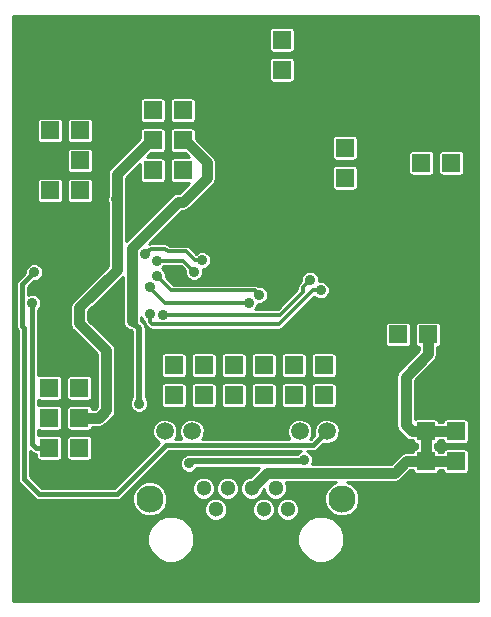
<source format=gbr>
G04 #@! TF.FileFunction,Copper,L1,Top,Signal*
%FSLAX46Y46*%
G04 Gerber Fmt 4.6, Leading zero omitted, Abs format (unit mm)*
G04 Created by KiCad (PCBNEW 4.0.1-stable) date 16. 2. 2016 14:22:53*
%MOMM*%
G01*
G04 APERTURE LIST*
%ADD10C,0.300000*%
%ADD11C,2.300000*%
%ADD12C,1.300000*%
%ADD13C,1.500000*%
%ADD14R,1.524000X1.524000*%
%ADD15C,6.000000*%
%ADD16C,0.890000*%
%ADD17C,0.900000*%
%ADD18C,0.400000*%
%ADD19C,0.500000*%
%ADD20C,0.254000*%
G04 APERTURE END LIST*
D10*
D11*
X28450000Y9272000D03*
X12190000Y9272000D03*
D12*
X17780000Y8382000D03*
X19810000Y8382000D03*
X21840000Y8382000D03*
X23870000Y8382000D03*
X16760000Y10162000D03*
X18790000Y10162000D03*
X20820000Y10162000D03*
X22850000Y10162000D03*
D13*
X27180000Y14982000D03*
X24890000Y14982000D03*
X15750000Y14982000D03*
X13460000Y14982000D03*
D14*
X35560000Y17526000D03*
X38100000Y17526000D03*
X35560000Y14986000D03*
X38100000Y14986000D03*
X35560000Y12446000D03*
X38100000Y12446000D03*
X35560000Y9906000D03*
X38100000Y9906000D03*
X14224000Y18034000D03*
X14224000Y20574000D03*
X16764000Y18034000D03*
X16764000Y20574000D03*
X19304000Y18034000D03*
X19304000Y20574000D03*
X21844000Y18034000D03*
X21844000Y20574000D03*
X24384000Y18034000D03*
X24384000Y20574000D03*
X26924000Y18034000D03*
X26924000Y20574000D03*
X35179000Y40259000D03*
X37719000Y40259000D03*
X35179000Y37719000D03*
X37719000Y37719000D03*
X35179000Y35179000D03*
X37719000Y35179000D03*
X28702000Y38989000D03*
X28702000Y36449000D03*
X14986000Y37084000D03*
X14986000Y39624000D03*
X14986000Y42164000D03*
X20828000Y45593000D03*
X20828000Y48133000D03*
X23368000Y45593000D03*
X23368000Y48133000D03*
X25908000Y45593000D03*
X25908000Y48133000D03*
X3746500Y37909500D03*
X6286500Y37909500D03*
X6286500Y40449500D03*
X3746500Y40449500D03*
X6223000Y21209000D03*
X3683000Y21209000D03*
X6223000Y13589000D03*
X3683000Y13589000D03*
X6223000Y16129000D03*
X3683000Y16129000D03*
X6223000Y18669000D03*
X3683000Y18669000D03*
X6223000Y11049000D03*
X3683000Y11049000D03*
D15*
X5080000Y45720000D03*
X35560000Y5080000D03*
X5080000Y5080000D03*
X35560000Y45720000D03*
D14*
X12446000Y37084000D03*
X12446000Y39624000D03*
X12446000Y42164000D03*
X33210500Y23177500D03*
X35750500Y23177500D03*
X6286500Y35369500D03*
X3746500Y35369500D03*
D16*
X23114000Y21844000D03*
X23114000Y22733000D03*
X12446000Y21463000D03*
X12700000Y20193000D03*
X16764000Y22034500D03*
X18478500Y22034500D03*
X12700000Y18796000D03*
X15494000Y12255500D03*
X10673078Y24302720D03*
X11272520Y17332960D03*
X25273000Y12573000D03*
X15013002Y34417000D03*
X6212840Y24109681D03*
X9372600Y34625278D03*
X2413000Y28448000D03*
X16637000Y29464000D03*
X11811000Y29972000D03*
X15924765Y28507789D03*
X12775132Y29436956D03*
X21443851Y26542524D03*
X12770702Y28160372D03*
X20569627Y25875237D03*
X12192000Y27178000D03*
X25776627Y27817373D03*
X13322300Y24866600D03*
X26670000Y26924000D03*
X12192000Y24892000D03*
X2225040Y25852120D03*
D17*
X33898000Y12446000D02*
X35560000Y12446000D01*
X32914001Y11462001D02*
X33898000Y12446000D01*
X22120001Y11462001D02*
X32914001Y11462001D01*
X20820000Y10162000D02*
X22120001Y11462001D01*
X35560000Y12446000D02*
X38100000Y12446000D01*
X35560000Y12446000D02*
X35560000Y14986000D01*
X35560000Y14986000D02*
X38100000Y14986000D01*
X35750500Y21515500D02*
X35750500Y23177500D01*
X33845500Y19610500D02*
X35750500Y21515500D01*
X33845500Y15494000D02*
X33845500Y19610500D01*
X34353500Y14986000D02*
X33845500Y15494000D01*
X35560000Y14986000D02*
X34353500Y14986000D01*
D18*
X23114000Y22733000D02*
X23124301Y21854301D01*
X23124301Y21854301D02*
X23114000Y21844000D01*
D10*
X12700000Y18796000D02*
X12636500Y21755100D01*
X12146001Y21163001D02*
X12446000Y21463000D01*
X12636500Y21755100D02*
X12146001Y21163001D01*
X18478500Y22034500D02*
X16764000Y22034500D01*
D19*
X25273000Y12573000D02*
X25146000Y12446000D01*
X15684500Y12446000D02*
X15494000Y12255500D01*
X25146000Y12446000D02*
X15684500Y12446000D01*
D17*
X14588738Y34417000D02*
X10673078Y30501340D01*
X15013002Y34417000D02*
X14588738Y34417000D01*
D19*
X11272520Y17332960D02*
X11272520Y23703278D01*
D17*
X10673078Y30501340D02*
X10673078Y24726984D01*
D19*
X10973077Y24002721D02*
X10673078Y24302720D01*
D17*
X10673078Y24726984D02*
X10673078Y24302720D01*
D19*
X11272520Y23703278D02*
X10973077Y24002721D01*
D17*
X17018000Y37746002D02*
X17018000Y36421998D01*
X17018000Y36421998D02*
X15013002Y34417000D01*
X14986000Y39624000D02*
X15140002Y39624000D01*
X15140002Y39624000D02*
X17018000Y37746002D01*
X8498949Y21823572D02*
X6512839Y23809682D01*
X8498949Y16742949D02*
X8498949Y21823572D01*
X7885000Y16129000D02*
X8498949Y16742949D01*
X6223000Y16129000D02*
X7885000Y16129000D01*
X6512839Y23809682D02*
X6212840Y24109681D01*
X9398000Y34639640D02*
X9398000Y28671520D01*
X9398000Y28671520D02*
X6212840Y25486360D01*
X6212840Y25486360D02*
X6212840Y24150320D01*
D19*
X9386962Y34639640D02*
X9372600Y34625278D01*
X9398000Y34639640D02*
X9386962Y34639640D01*
D17*
X9398000Y36730002D02*
X9398000Y34639640D01*
X12446000Y39624000D02*
X12291998Y39624000D01*
X12291998Y39624000D02*
X9398000Y36730002D01*
D18*
X1380039Y26035000D02*
X1380039Y23893999D01*
X1380039Y26257721D02*
X1380039Y26035000D01*
X1380039Y26035000D02*
X1380039Y27415039D01*
X1380039Y27415039D02*
X2413000Y28448000D01*
X1525038Y10962960D02*
X1525038Y23749000D01*
X1380039Y23893999D02*
X1525038Y23749000D01*
X9398000Y9652000D02*
X2835998Y9652000D01*
X26029999Y13831999D02*
X13577999Y13831999D01*
X13577999Y13831999D02*
X9398000Y9652000D01*
X27180000Y14982000D02*
X26029999Y13831999D01*
X2835998Y9652000D02*
X1525038Y10962960D01*
D10*
X16637000Y29464000D02*
X16007675Y29464000D01*
X12255999Y30416999D02*
X11811000Y29972000D01*
X16007675Y29464000D02*
X15263973Y30207702D01*
X15263973Y30207702D02*
X13716000Y30207702D01*
X13716000Y30207702D02*
X13506703Y30416999D01*
X13506703Y30416999D02*
X12255999Y30416999D01*
X14732000Y29436956D02*
X12775132Y29436956D01*
X15924765Y28507789D02*
X14995598Y29436956D01*
X14995598Y29436956D02*
X14732000Y29436956D01*
X21443851Y26542524D02*
X21066375Y26920000D01*
X21066375Y26920000D02*
X14011074Y26920000D01*
X14011074Y26920000D02*
X12770702Y28160372D01*
X20569627Y25875237D02*
X13514345Y25875237D01*
X13514345Y25875237D02*
X11999956Y27389626D01*
X23243047Y24866600D02*
X25173440Y26797007D01*
X25776627Y27817373D02*
X25173440Y27214186D01*
X25173440Y27214186D02*
X25173440Y26797007D01*
X13322300Y24866600D02*
X23243047Y24866600D01*
X26670000Y26924000D02*
X26007567Y26924000D01*
X26007567Y26924000D02*
X23155166Y24071599D01*
X23155166Y24071599D02*
X12383076Y24071599D01*
X12383076Y24071599D02*
X12192000Y24262675D01*
X12192000Y24262675D02*
X12192000Y24892000D01*
D18*
X2225040Y25427856D02*
X2225040Y25852120D01*
X2225040Y13884960D02*
X2225040Y25427856D01*
X2521000Y13589000D02*
X2225040Y13884960D01*
X3683000Y13589000D02*
X2521000Y13589000D01*
D20*
G36*
X40009000Y631000D02*
X631000Y631000D01*
X631000Y5450476D01*
X11992657Y5450476D01*
X12293003Y4723582D01*
X12848657Y4166958D01*
X13575025Y3865344D01*
X14361524Y3864657D01*
X15088418Y4165003D01*
X15645042Y4720657D01*
X15946656Y5447025D01*
X15946659Y5450476D01*
X24692657Y5450476D01*
X24993003Y4723582D01*
X25548657Y4166958D01*
X26275025Y3865344D01*
X27061524Y3864657D01*
X27788418Y4165003D01*
X28345042Y4720657D01*
X28646656Y5447025D01*
X28647343Y6233524D01*
X28346997Y6960418D01*
X27791343Y7517042D01*
X27064975Y7818656D01*
X26278476Y7819343D01*
X25551582Y7518997D01*
X24994958Y6963343D01*
X24693344Y6236975D01*
X24692657Y5450476D01*
X15946659Y5450476D01*
X15947343Y6233524D01*
X15646997Y6960418D01*
X15091343Y7517042D01*
X14364975Y7818656D01*
X13578476Y7819343D01*
X12851582Y7518997D01*
X12294958Y6963343D01*
X11993344Y6236975D01*
X11992657Y5450476D01*
X631000Y5450476D01*
X631000Y8979495D01*
X10712744Y8979495D01*
X10937130Y8436440D01*
X11352254Y8020591D01*
X11894918Y7795257D01*
X12482505Y7794744D01*
X13025560Y8019130D01*
X13195240Y8188515D01*
X16802830Y8188515D01*
X16951256Y7829297D01*
X17225851Y7554222D01*
X17584810Y7405170D01*
X17973485Y7404830D01*
X18332703Y7553256D01*
X18607778Y7827851D01*
X18756830Y8186810D01*
X18756831Y8188515D01*
X20862830Y8188515D01*
X21011256Y7829297D01*
X21285851Y7554222D01*
X21644810Y7405170D01*
X22033485Y7404830D01*
X22392703Y7553256D01*
X22667778Y7827851D01*
X22816830Y8186810D01*
X22816831Y8188515D01*
X22892830Y8188515D01*
X23041256Y7829297D01*
X23315851Y7554222D01*
X23674810Y7405170D01*
X24063485Y7404830D01*
X24422703Y7553256D01*
X24697778Y7827851D01*
X24846830Y8186810D01*
X24847170Y8575485D01*
X24698744Y8934703D01*
X24424149Y9209778D01*
X24065190Y9358830D01*
X23676515Y9359170D01*
X23317297Y9210744D01*
X23042222Y8936149D01*
X22893170Y8577190D01*
X22892830Y8188515D01*
X22816831Y8188515D01*
X22817170Y8575485D01*
X22668744Y8934703D01*
X22394149Y9209778D01*
X22035190Y9358830D01*
X21646515Y9359170D01*
X21287297Y9210744D01*
X21012222Y8936149D01*
X20863170Y8577190D01*
X20862830Y8188515D01*
X18756831Y8188515D01*
X18757170Y8575485D01*
X18608744Y8934703D01*
X18334149Y9209778D01*
X17975190Y9358830D01*
X17586515Y9359170D01*
X17227297Y9210744D01*
X16952222Y8936149D01*
X16803170Y8577190D01*
X16802830Y8188515D01*
X13195240Y8188515D01*
X13441409Y8434254D01*
X13666743Y8976918D01*
X13667256Y9564505D01*
X13500323Y9968515D01*
X15782830Y9968515D01*
X15931256Y9609297D01*
X16205851Y9334222D01*
X16564810Y9185170D01*
X16953485Y9184830D01*
X17312703Y9333256D01*
X17587778Y9607851D01*
X17736830Y9966810D01*
X17736831Y9968515D01*
X17812830Y9968515D01*
X17961256Y9609297D01*
X18235851Y9334222D01*
X18594810Y9185170D01*
X18983485Y9184830D01*
X19342703Y9333256D01*
X19617778Y9607851D01*
X19766830Y9966810D01*
X19767170Y10355485D01*
X19618744Y10714703D01*
X19344149Y10989778D01*
X18985190Y11138830D01*
X18596515Y11139170D01*
X18237297Y10990744D01*
X17962222Y10716149D01*
X17813170Y10357190D01*
X17812830Y9968515D01*
X17736831Y9968515D01*
X17737170Y10355485D01*
X17588744Y10714703D01*
X17314149Y10989778D01*
X16955190Y11138830D01*
X16566515Y11139170D01*
X16207297Y10990744D01*
X15932222Y10716149D01*
X15783170Y10357190D01*
X15782830Y9968515D01*
X13500323Y9968515D01*
X13442870Y10107560D01*
X13027746Y10523409D01*
X12485082Y10748743D01*
X11897495Y10749256D01*
X11354440Y10524870D01*
X10938591Y10109746D01*
X10713257Y9567082D01*
X10712744Y8979495D01*
X631000Y8979495D01*
X631000Y27415039D01*
X853039Y27415039D01*
X853039Y23893999D01*
X893154Y23692324D01*
X998038Y23535356D01*
X998038Y10962960D01*
X1038153Y10761285D01*
X1152393Y10590315D01*
X2463352Y9279355D01*
X2577592Y9203022D01*
X2634324Y9165115D01*
X2835998Y9125000D01*
X9398000Y9125000D01*
X9599675Y9165115D01*
X9770645Y9279355D01*
X13796289Y13304999D01*
X25022981Y13304999D01*
X24836269Y13227851D01*
X24631059Y13023000D01*
X15684505Y13023000D01*
X15684500Y13023001D01*
X15667086Y13019537D01*
X15648234Y13027365D01*
X15341113Y13027633D01*
X15057269Y12910351D01*
X14839912Y12693374D01*
X14722135Y12409734D01*
X14721867Y12102613D01*
X14839149Y11818769D01*
X15056126Y11601412D01*
X15339766Y11483635D01*
X15646887Y11483367D01*
X15930731Y11600649D01*
X16148088Y11817626D01*
X16169420Y11869000D01*
X21428156Y11869000D01*
X20698263Y11139107D01*
X20626515Y11139170D01*
X20267297Y10990744D01*
X19992222Y10716149D01*
X19843170Y10357190D01*
X19842830Y9968515D01*
X19991256Y9609297D01*
X20265851Y9334222D01*
X20624810Y9185170D01*
X21013485Y9184830D01*
X21372703Y9333256D01*
X21647778Y9607851D01*
X21796830Y9966810D01*
X21796894Y10040050D01*
X21872959Y10116115D01*
X21872830Y9968515D01*
X22021256Y9609297D01*
X22295851Y9334222D01*
X22654810Y9185170D01*
X23043485Y9184830D01*
X23402703Y9333256D01*
X23677778Y9607851D01*
X23826830Y9966810D01*
X23827170Y10355485D01*
X23691017Y10685001D01*
X28001986Y10685001D01*
X27614440Y10524870D01*
X27198591Y10109746D01*
X26973257Y9567082D01*
X26972744Y8979495D01*
X27197130Y8436440D01*
X27612254Y8020591D01*
X28154918Y7795257D01*
X28742505Y7794744D01*
X29285560Y8019130D01*
X29701409Y8434254D01*
X29926743Y8976918D01*
X29927256Y9564505D01*
X29702870Y10107560D01*
X29287746Y10523409D01*
X28898590Y10685001D01*
X32914001Y10685001D01*
X33211346Y10744147D01*
X33463423Y10912579D01*
X34219844Y11669000D01*
X34467416Y11669000D01*
X34487395Y11562821D01*
X34559012Y11451526D01*
X34668286Y11376862D01*
X34798000Y11350594D01*
X36322000Y11350594D01*
X36443179Y11373395D01*
X36554474Y11445012D01*
X36629138Y11554286D01*
X36652368Y11669000D01*
X37007416Y11669000D01*
X37027395Y11562821D01*
X37099012Y11451526D01*
X37208286Y11376862D01*
X37338000Y11350594D01*
X38862000Y11350594D01*
X38983179Y11373395D01*
X39094474Y11445012D01*
X39169138Y11554286D01*
X39195406Y11684000D01*
X39195406Y13208000D01*
X39172605Y13329179D01*
X39100988Y13440474D01*
X38991714Y13515138D01*
X38862000Y13541406D01*
X37338000Y13541406D01*
X37216821Y13518605D01*
X37105526Y13446988D01*
X37030862Y13337714D01*
X37007632Y13223000D01*
X36652584Y13223000D01*
X36632605Y13329179D01*
X36560988Y13440474D01*
X36451714Y13515138D01*
X36337000Y13538368D01*
X36337000Y13893416D01*
X36443179Y13913395D01*
X36554474Y13985012D01*
X36629138Y14094286D01*
X36652368Y14209000D01*
X37007416Y14209000D01*
X37027395Y14102821D01*
X37099012Y13991526D01*
X37208286Y13916862D01*
X37338000Y13890594D01*
X38862000Y13890594D01*
X38983179Y13913395D01*
X39094474Y13985012D01*
X39169138Y14094286D01*
X39195406Y14224000D01*
X39195406Y15748000D01*
X39172605Y15869179D01*
X39100988Y15980474D01*
X38991714Y16055138D01*
X38862000Y16081406D01*
X37338000Y16081406D01*
X37216821Y16058605D01*
X37105526Y15986988D01*
X37030862Y15877714D01*
X37007632Y15763000D01*
X36652584Y15763000D01*
X36632605Y15869179D01*
X36560988Y15980474D01*
X36451714Y16055138D01*
X36322000Y16081406D01*
X34798000Y16081406D01*
X34676821Y16058605D01*
X34622500Y16023650D01*
X34622500Y19288656D01*
X36299922Y20966078D01*
X36468354Y21218155D01*
X36527500Y21515500D01*
X36527500Y22084916D01*
X36633679Y22104895D01*
X36744974Y22176512D01*
X36819638Y22285786D01*
X36845906Y22415500D01*
X36845906Y23939500D01*
X36823105Y24060679D01*
X36751488Y24171974D01*
X36642214Y24246638D01*
X36512500Y24272906D01*
X34988500Y24272906D01*
X34867321Y24250105D01*
X34756026Y24178488D01*
X34681362Y24069214D01*
X34655094Y23939500D01*
X34655094Y22415500D01*
X34677895Y22294321D01*
X34749512Y22183026D01*
X34858786Y22108362D01*
X34973500Y22085132D01*
X34973500Y21837344D01*
X33296078Y20159922D01*
X33127646Y19907845D01*
X33068500Y19610500D01*
X33068500Y15494000D01*
X33127646Y15196655D01*
X33296078Y14944578D01*
X33804078Y14436578D01*
X34056155Y14268146D01*
X34353500Y14209000D01*
X34467416Y14209000D01*
X34487395Y14102821D01*
X34559012Y13991526D01*
X34668286Y13916862D01*
X34783000Y13893632D01*
X34783000Y13538584D01*
X34676821Y13518605D01*
X34565526Y13446988D01*
X34490862Y13337714D01*
X34467632Y13223000D01*
X33898000Y13223000D01*
X33600655Y13163854D01*
X33348578Y12995422D01*
X32592157Y12239001D01*
X25970220Y12239001D01*
X26044865Y12418766D01*
X26045133Y12725887D01*
X25927851Y13009731D01*
X25710874Y13227088D01*
X25523242Y13304999D01*
X26029999Y13304999D01*
X26231674Y13345114D01*
X26402644Y13459354D01*
X26882616Y13939326D01*
X26964832Y13905187D01*
X27393289Y13904813D01*
X27789275Y14068431D01*
X28092504Y14371132D01*
X28256813Y14766832D01*
X28257187Y15195289D01*
X28093569Y15591275D01*
X27790868Y15894504D01*
X27395168Y16058813D01*
X26966711Y16059187D01*
X26570725Y15895569D01*
X26267496Y15592868D01*
X26103187Y15197168D01*
X26102813Y14768711D01*
X26137492Y14684782D01*
X25811709Y14358999D01*
X25790350Y14358999D01*
X25802504Y14371132D01*
X25966813Y14766832D01*
X25967187Y15195289D01*
X25803569Y15591275D01*
X25500868Y15894504D01*
X25105168Y16058813D01*
X24676711Y16059187D01*
X24280725Y15895569D01*
X23977496Y15592868D01*
X23813187Y15197168D01*
X23812813Y14768711D01*
X23976431Y14372725D01*
X23990133Y14358999D01*
X16650350Y14358999D01*
X16662504Y14371132D01*
X16826813Y14766832D01*
X16827187Y15195289D01*
X16663569Y15591275D01*
X16360868Y15894504D01*
X15965168Y16058813D01*
X15536711Y16059187D01*
X15140725Y15895569D01*
X14837496Y15592868D01*
X14673187Y15197168D01*
X14672813Y14768711D01*
X14836431Y14372725D01*
X14850133Y14358999D01*
X14360350Y14358999D01*
X14372504Y14371132D01*
X14536813Y14766832D01*
X14537187Y15195289D01*
X14373569Y15591275D01*
X14070868Y15894504D01*
X13675168Y16058813D01*
X13246711Y16059187D01*
X12850725Y15895569D01*
X12547496Y15592868D01*
X12383187Y15197168D01*
X12382813Y14768711D01*
X12546431Y14372725D01*
X12849132Y14069496D01*
X13005342Y14004632D01*
X9179710Y10179000D01*
X3054289Y10179000D01*
X2052038Y11181250D01*
X2052038Y13312671D01*
X2148355Y13216354D01*
X2319326Y13102115D01*
X2521000Y13062000D01*
X2587594Y13062000D01*
X2587594Y12827000D01*
X2610395Y12705821D01*
X2682012Y12594526D01*
X2791286Y12519862D01*
X2921000Y12493594D01*
X4445000Y12493594D01*
X4566179Y12516395D01*
X4677474Y12588012D01*
X4752138Y12697286D01*
X4778406Y12827000D01*
X4778406Y14351000D01*
X5127594Y14351000D01*
X5127594Y12827000D01*
X5150395Y12705821D01*
X5222012Y12594526D01*
X5331286Y12519862D01*
X5461000Y12493594D01*
X6985000Y12493594D01*
X7106179Y12516395D01*
X7217474Y12588012D01*
X7292138Y12697286D01*
X7318406Y12827000D01*
X7318406Y14351000D01*
X7295605Y14472179D01*
X7223988Y14583474D01*
X7114714Y14658138D01*
X6985000Y14684406D01*
X5461000Y14684406D01*
X5339821Y14661605D01*
X5228526Y14589988D01*
X5153862Y14480714D01*
X5127594Y14351000D01*
X4778406Y14351000D01*
X4755605Y14472179D01*
X4683988Y14583474D01*
X4574714Y14658138D01*
X4445000Y14684406D01*
X2921000Y14684406D01*
X2799821Y14661605D01*
X2752040Y14630858D01*
X2752040Y15086678D01*
X2791286Y15059862D01*
X2921000Y15033594D01*
X4445000Y15033594D01*
X4566179Y15056395D01*
X4677474Y15128012D01*
X4752138Y15237286D01*
X4778406Y15367000D01*
X4778406Y16891000D01*
X5127594Y16891000D01*
X5127594Y15367000D01*
X5150395Y15245821D01*
X5222012Y15134526D01*
X5331286Y15059862D01*
X5461000Y15033594D01*
X6985000Y15033594D01*
X7106179Y15056395D01*
X7217474Y15128012D01*
X7292138Y15237286D01*
X7315368Y15352000D01*
X7885000Y15352000D01*
X8182345Y15411146D01*
X8434422Y15579578D01*
X9048371Y16193527D01*
X9216803Y16445604D01*
X9275949Y16742949D01*
X9275949Y21823572D01*
X9216803Y22120917D01*
X9048371Y22372994D01*
X6989840Y24431525D01*
X6989840Y25164516D01*
X9896078Y28070754D01*
X9896078Y24302720D01*
X9901057Y24277691D01*
X9900945Y24149833D01*
X9950202Y24030622D01*
X9955224Y24005375D01*
X9969400Y23984159D01*
X10018227Y23865989D01*
X10109354Y23774702D01*
X10123656Y23753298D01*
X10144873Y23739121D01*
X10235204Y23648632D01*
X10354331Y23599167D01*
X10375733Y23584866D01*
X10400759Y23579888D01*
X10518844Y23530855D01*
X10629037Y23530759D01*
X10695520Y23464276D01*
X10695520Y17847787D01*
X10618432Y17770834D01*
X10500655Y17487194D01*
X10500387Y17180073D01*
X10617669Y16896229D01*
X10834646Y16678872D01*
X11118286Y16561095D01*
X11425407Y16560827D01*
X11709251Y16678109D01*
X11926608Y16895086D01*
X12044385Y17178726D01*
X12044653Y17485847D01*
X11927371Y17769691D01*
X11849520Y17847678D01*
X11849520Y18796000D01*
X13128594Y18796000D01*
X13128594Y17272000D01*
X13151395Y17150821D01*
X13223012Y17039526D01*
X13332286Y16964862D01*
X13462000Y16938594D01*
X14986000Y16938594D01*
X15107179Y16961395D01*
X15218474Y17033012D01*
X15293138Y17142286D01*
X15319406Y17272000D01*
X15319406Y18796000D01*
X15668594Y18796000D01*
X15668594Y17272000D01*
X15691395Y17150821D01*
X15763012Y17039526D01*
X15872286Y16964862D01*
X16002000Y16938594D01*
X17526000Y16938594D01*
X17647179Y16961395D01*
X17758474Y17033012D01*
X17833138Y17142286D01*
X17859406Y17272000D01*
X17859406Y18796000D01*
X18208594Y18796000D01*
X18208594Y17272000D01*
X18231395Y17150821D01*
X18303012Y17039526D01*
X18412286Y16964862D01*
X18542000Y16938594D01*
X20066000Y16938594D01*
X20187179Y16961395D01*
X20298474Y17033012D01*
X20373138Y17142286D01*
X20399406Y17272000D01*
X20399406Y18796000D01*
X20748594Y18796000D01*
X20748594Y17272000D01*
X20771395Y17150821D01*
X20843012Y17039526D01*
X20952286Y16964862D01*
X21082000Y16938594D01*
X22606000Y16938594D01*
X22727179Y16961395D01*
X22838474Y17033012D01*
X22913138Y17142286D01*
X22939406Y17272000D01*
X22939406Y18796000D01*
X23288594Y18796000D01*
X23288594Y17272000D01*
X23311395Y17150821D01*
X23383012Y17039526D01*
X23492286Y16964862D01*
X23622000Y16938594D01*
X25146000Y16938594D01*
X25267179Y16961395D01*
X25378474Y17033012D01*
X25453138Y17142286D01*
X25479406Y17272000D01*
X25479406Y18796000D01*
X25828594Y18796000D01*
X25828594Y17272000D01*
X25851395Y17150821D01*
X25923012Y17039526D01*
X26032286Y16964862D01*
X26162000Y16938594D01*
X27686000Y16938594D01*
X27807179Y16961395D01*
X27918474Y17033012D01*
X27993138Y17142286D01*
X28019406Y17272000D01*
X28019406Y18796000D01*
X27996605Y18917179D01*
X27924988Y19028474D01*
X27815714Y19103138D01*
X27686000Y19129406D01*
X26162000Y19129406D01*
X26040821Y19106605D01*
X25929526Y19034988D01*
X25854862Y18925714D01*
X25828594Y18796000D01*
X25479406Y18796000D01*
X25456605Y18917179D01*
X25384988Y19028474D01*
X25275714Y19103138D01*
X25146000Y19129406D01*
X23622000Y19129406D01*
X23500821Y19106605D01*
X23389526Y19034988D01*
X23314862Y18925714D01*
X23288594Y18796000D01*
X22939406Y18796000D01*
X22916605Y18917179D01*
X22844988Y19028474D01*
X22735714Y19103138D01*
X22606000Y19129406D01*
X21082000Y19129406D01*
X20960821Y19106605D01*
X20849526Y19034988D01*
X20774862Y18925714D01*
X20748594Y18796000D01*
X20399406Y18796000D01*
X20376605Y18917179D01*
X20304988Y19028474D01*
X20195714Y19103138D01*
X20066000Y19129406D01*
X18542000Y19129406D01*
X18420821Y19106605D01*
X18309526Y19034988D01*
X18234862Y18925714D01*
X18208594Y18796000D01*
X17859406Y18796000D01*
X17836605Y18917179D01*
X17764988Y19028474D01*
X17655714Y19103138D01*
X17526000Y19129406D01*
X16002000Y19129406D01*
X15880821Y19106605D01*
X15769526Y19034988D01*
X15694862Y18925714D01*
X15668594Y18796000D01*
X15319406Y18796000D01*
X15296605Y18917179D01*
X15224988Y19028474D01*
X15115714Y19103138D01*
X14986000Y19129406D01*
X13462000Y19129406D01*
X13340821Y19106605D01*
X13229526Y19034988D01*
X13154862Y18925714D01*
X13128594Y18796000D01*
X11849520Y18796000D01*
X11849520Y21336000D01*
X13128594Y21336000D01*
X13128594Y19812000D01*
X13151395Y19690821D01*
X13223012Y19579526D01*
X13332286Y19504862D01*
X13462000Y19478594D01*
X14986000Y19478594D01*
X15107179Y19501395D01*
X15218474Y19573012D01*
X15293138Y19682286D01*
X15319406Y19812000D01*
X15319406Y21336000D01*
X15668594Y21336000D01*
X15668594Y19812000D01*
X15691395Y19690821D01*
X15763012Y19579526D01*
X15872286Y19504862D01*
X16002000Y19478594D01*
X17526000Y19478594D01*
X17647179Y19501395D01*
X17758474Y19573012D01*
X17833138Y19682286D01*
X17859406Y19812000D01*
X17859406Y21336000D01*
X18208594Y21336000D01*
X18208594Y19812000D01*
X18231395Y19690821D01*
X18303012Y19579526D01*
X18412286Y19504862D01*
X18542000Y19478594D01*
X20066000Y19478594D01*
X20187179Y19501395D01*
X20298474Y19573012D01*
X20373138Y19682286D01*
X20399406Y19812000D01*
X20399406Y21336000D01*
X20748594Y21336000D01*
X20748594Y19812000D01*
X20771395Y19690821D01*
X20843012Y19579526D01*
X20952286Y19504862D01*
X21082000Y19478594D01*
X22606000Y19478594D01*
X22727179Y19501395D01*
X22838474Y19573012D01*
X22913138Y19682286D01*
X22939406Y19812000D01*
X22939406Y21336000D01*
X23288594Y21336000D01*
X23288594Y19812000D01*
X23311395Y19690821D01*
X23383012Y19579526D01*
X23492286Y19504862D01*
X23622000Y19478594D01*
X25146000Y19478594D01*
X25267179Y19501395D01*
X25378474Y19573012D01*
X25453138Y19682286D01*
X25479406Y19812000D01*
X25479406Y21336000D01*
X25828594Y21336000D01*
X25828594Y19812000D01*
X25851395Y19690821D01*
X25923012Y19579526D01*
X26032286Y19504862D01*
X26162000Y19478594D01*
X27686000Y19478594D01*
X27807179Y19501395D01*
X27918474Y19573012D01*
X27993138Y19682286D01*
X28019406Y19812000D01*
X28019406Y21336000D01*
X27996605Y21457179D01*
X27924988Y21568474D01*
X27815714Y21643138D01*
X27686000Y21669406D01*
X26162000Y21669406D01*
X26040821Y21646605D01*
X25929526Y21574988D01*
X25854862Y21465714D01*
X25828594Y21336000D01*
X25479406Y21336000D01*
X25456605Y21457179D01*
X25384988Y21568474D01*
X25275714Y21643138D01*
X25146000Y21669406D01*
X23622000Y21669406D01*
X23500821Y21646605D01*
X23389526Y21574988D01*
X23314862Y21465714D01*
X23288594Y21336000D01*
X22939406Y21336000D01*
X22916605Y21457179D01*
X22844988Y21568474D01*
X22735714Y21643138D01*
X22606000Y21669406D01*
X21082000Y21669406D01*
X20960821Y21646605D01*
X20849526Y21574988D01*
X20774862Y21465714D01*
X20748594Y21336000D01*
X20399406Y21336000D01*
X20376605Y21457179D01*
X20304988Y21568474D01*
X20195714Y21643138D01*
X20066000Y21669406D01*
X18542000Y21669406D01*
X18420821Y21646605D01*
X18309526Y21574988D01*
X18234862Y21465714D01*
X18208594Y21336000D01*
X17859406Y21336000D01*
X17836605Y21457179D01*
X17764988Y21568474D01*
X17655714Y21643138D01*
X17526000Y21669406D01*
X16002000Y21669406D01*
X15880821Y21646605D01*
X15769526Y21574988D01*
X15694862Y21465714D01*
X15668594Y21336000D01*
X15319406Y21336000D01*
X15296605Y21457179D01*
X15224988Y21568474D01*
X15115714Y21643138D01*
X14986000Y21669406D01*
X13462000Y21669406D01*
X13340821Y21646605D01*
X13229526Y21574988D01*
X13154862Y21465714D01*
X13128594Y21336000D01*
X11849520Y21336000D01*
X11849520Y23703278D01*
X11805598Y23924086D01*
X11680521Y24111279D01*
X11680518Y24111281D01*
X11450078Y24341722D01*
X11450078Y24665997D01*
X11537149Y24455269D01*
X11715000Y24277107D01*
X11715000Y24262675D01*
X11751309Y24080135D01*
X11854710Y23925385D01*
X12045786Y23734309D01*
X12200535Y23630908D01*
X12383076Y23594599D01*
X23155166Y23594599D01*
X23337706Y23630908D01*
X23492456Y23734309D01*
X23697647Y23939500D01*
X32115094Y23939500D01*
X32115094Y22415500D01*
X32137895Y22294321D01*
X32209512Y22183026D01*
X32318786Y22108362D01*
X32448500Y22082094D01*
X33972500Y22082094D01*
X34093679Y22104895D01*
X34204974Y22176512D01*
X34279638Y22285786D01*
X34305906Y22415500D01*
X34305906Y23939500D01*
X34283105Y24060679D01*
X34211488Y24171974D01*
X34102214Y24246638D01*
X33972500Y24272906D01*
X32448500Y24272906D01*
X32327321Y24250105D01*
X32216026Y24178488D01*
X32141362Y24069214D01*
X32115094Y23939500D01*
X23697647Y23939500D01*
X26130182Y26372035D01*
X26232126Y26269912D01*
X26515766Y26152135D01*
X26822887Y26151867D01*
X27106731Y26269149D01*
X27324088Y26486126D01*
X27441865Y26769766D01*
X27442133Y27076887D01*
X27324851Y27360731D01*
X27107874Y27578088D01*
X26824234Y27695865D01*
X26548521Y27696106D01*
X26548760Y27970260D01*
X26431478Y28254104D01*
X26214501Y28471461D01*
X25930861Y28589238D01*
X25623740Y28589506D01*
X25339896Y28472224D01*
X25122539Y28255247D01*
X25004762Y27971607D01*
X25004542Y27719868D01*
X24836150Y27551476D01*
X24732749Y27396726D01*
X24696440Y27214186D01*
X24696440Y26994586D01*
X23045466Y25343600D01*
X21129788Y25343600D01*
X21223715Y25437363D01*
X21341492Y25721003D01*
X21341535Y25770614D01*
X21596738Y25770391D01*
X21880582Y25887673D01*
X22097939Y26104650D01*
X22215716Y26388290D01*
X22215984Y26695411D01*
X22098702Y26979255D01*
X21881725Y27196612D01*
X21598085Y27314389D01*
X21317845Y27314634D01*
X21248915Y27360691D01*
X21066375Y27397000D01*
X14208654Y27397000D01*
X13542617Y28063037D01*
X13542835Y28313259D01*
X13425553Y28597103D01*
X13226394Y28796611D01*
X13390025Y28959956D01*
X14798018Y28959956D01*
X15152850Y28605124D01*
X15152632Y28354902D01*
X15269914Y28071058D01*
X15486891Y27853701D01*
X15770531Y27735924D01*
X16077652Y27735656D01*
X16361496Y27852938D01*
X16578853Y28069915D01*
X16696630Y28353555D01*
X16696898Y28660676D01*
X16683972Y28691959D01*
X16789887Y28691867D01*
X17073731Y28809149D01*
X17291088Y29026126D01*
X17408865Y29309766D01*
X17409133Y29616887D01*
X17291851Y29900731D01*
X17074874Y30118088D01*
X16791234Y30235865D01*
X16484113Y30236133D01*
X16200269Y30118851D01*
X16113761Y30032494D01*
X15601263Y30544992D01*
X15446513Y30648393D01*
X15263973Y30684702D01*
X13913580Y30684702D01*
X13843993Y30754289D01*
X13689243Y30857690D01*
X13506703Y30893999D01*
X12255999Y30893999D01*
X12141882Y30871300D01*
X14910582Y33640000D01*
X15013002Y33640000D01*
X15038031Y33644979D01*
X15165889Y33644867D01*
X15285100Y33694124D01*
X15310347Y33699146D01*
X15331563Y33713322D01*
X15449733Y33762149D01*
X15541020Y33853276D01*
X15562424Y33867578D01*
X17567422Y35872576D01*
X17735854Y36124653D01*
X17795000Y36421998D01*
X17795000Y37211000D01*
X27606594Y37211000D01*
X27606594Y35687000D01*
X27629395Y35565821D01*
X27701012Y35454526D01*
X27810286Y35379862D01*
X27940000Y35353594D01*
X29464000Y35353594D01*
X29585179Y35376395D01*
X29696474Y35448012D01*
X29771138Y35557286D01*
X29797406Y35687000D01*
X29797406Y37211000D01*
X29774605Y37332179D01*
X29702988Y37443474D01*
X29593714Y37518138D01*
X29464000Y37544406D01*
X27940000Y37544406D01*
X27818821Y37521605D01*
X27707526Y37449988D01*
X27632862Y37340714D01*
X27606594Y37211000D01*
X17795000Y37211000D01*
X17795000Y37746002D01*
X17735854Y38043347D01*
X17567422Y38295424D01*
X16111846Y39751000D01*
X27606594Y39751000D01*
X27606594Y38227000D01*
X27629395Y38105821D01*
X27701012Y37994526D01*
X27810286Y37919862D01*
X27940000Y37893594D01*
X29464000Y37893594D01*
X29585179Y37916395D01*
X29696474Y37988012D01*
X29771138Y38097286D01*
X29797406Y38227000D01*
X29797406Y38481000D01*
X34083594Y38481000D01*
X34083594Y36957000D01*
X34106395Y36835821D01*
X34178012Y36724526D01*
X34287286Y36649862D01*
X34417000Y36623594D01*
X35941000Y36623594D01*
X36062179Y36646395D01*
X36173474Y36718012D01*
X36248138Y36827286D01*
X36274406Y36957000D01*
X36274406Y38481000D01*
X36623594Y38481000D01*
X36623594Y36957000D01*
X36646395Y36835821D01*
X36718012Y36724526D01*
X36827286Y36649862D01*
X36957000Y36623594D01*
X38481000Y36623594D01*
X38602179Y36646395D01*
X38713474Y36718012D01*
X38788138Y36827286D01*
X38814406Y36957000D01*
X38814406Y38481000D01*
X38791605Y38602179D01*
X38719988Y38713474D01*
X38610714Y38788138D01*
X38481000Y38814406D01*
X36957000Y38814406D01*
X36835821Y38791605D01*
X36724526Y38719988D01*
X36649862Y38610714D01*
X36623594Y38481000D01*
X36274406Y38481000D01*
X36251605Y38602179D01*
X36179988Y38713474D01*
X36070714Y38788138D01*
X35941000Y38814406D01*
X34417000Y38814406D01*
X34295821Y38791605D01*
X34184526Y38719988D01*
X34109862Y38610714D01*
X34083594Y38481000D01*
X29797406Y38481000D01*
X29797406Y39751000D01*
X29774605Y39872179D01*
X29702988Y39983474D01*
X29593714Y40058138D01*
X29464000Y40084406D01*
X27940000Y40084406D01*
X27818821Y40061605D01*
X27707526Y39989988D01*
X27632862Y39880714D01*
X27606594Y39751000D01*
X16111846Y39751000D01*
X16081406Y39781440D01*
X16081406Y40386000D01*
X16058605Y40507179D01*
X15986988Y40618474D01*
X15877714Y40693138D01*
X15748000Y40719406D01*
X14224000Y40719406D01*
X14102821Y40696605D01*
X13991526Y40624988D01*
X13916862Y40515714D01*
X13890594Y40386000D01*
X13890594Y38862000D01*
X13913395Y38740821D01*
X13985012Y38629526D01*
X14094286Y38554862D01*
X14224000Y38528594D01*
X15136564Y38528594D01*
X15485752Y38179406D01*
X14224000Y38179406D01*
X14102821Y38156605D01*
X13991526Y38084988D01*
X13916862Y37975714D01*
X13890594Y37846000D01*
X13890594Y36322000D01*
X13913395Y36200821D01*
X13985012Y36089526D01*
X14094286Y36014862D01*
X14224000Y35988594D01*
X15485752Y35988594D01*
X14691158Y35194000D01*
X14588738Y35194000D01*
X14291393Y35134854D01*
X14039316Y34966422D01*
X10175000Y31102106D01*
X10175000Y36408158D01*
X11350594Y37583752D01*
X11350594Y36322000D01*
X11373395Y36200821D01*
X11445012Y36089526D01*
X11554286Y36014862D01*
X11684000Y35988594D01*
X13208000Y35988594D01*
X13329179Y36011395D01*
X13440474Y36083012D01*
X13515138Y36192286D01*
X13541406Y36322000D01*
X13541406Y37846000D01*
X13518605Y37967179D01*
X13446988Y38078474D01*
X13337714Y38153138D01*
X13208000Y38179406D01*
X11946248Y38179406D01*
X12295436Y38528594D01*
X13208000Y38528594D01*
X13329179Y38551395D01*
X13440474Y38623012D01*
X13515138Y38732286D01*
X13541406Y38862000D01*
X13541406Y40386000D01*
X13518605Y40507179D01*
X13446988Y40618474D01*
X13337714Y40693138D01*
X13208000Y40719406D01*
X11684000Y40719406D01*
X11562821Y40696605D01*
X11451526Y40624988D01*
X11376862Y40515714D01*
X11350594Y40386000D01*
X11350594Y39781440D01*
X8848578Y37279424D01*
X8680146Y37027347D01*
X8621000Y36730002D01*
X8621000Y34828316D01*
X8600735Y34779512D01*
X8600467Y34472391D01*
X8621000Y34422697D01*
X8621000Y28993364D01*
X5663418Y26035782D01*
X5494986Y25783705D01*
X5435840Y25486360D01*
X5435840Y24150320D01*
X5439882Y24130001D01*
X5435840Y24109681D01*
X5440819Y24084652D01*
X5440707Y23956794D01*
X5489964Y23837583D01*
X5494986Y23812336D01*
X5509162Y23791120D01*
X5557989Y23672950D01*
X5649116Y23581663D01*
X5663418Y23560259D01*
X7721949Y21501728D01*
X7721949Y17064793D01*
X7563156Y16906000D01*
X7315584Y16906000D01*
X7295605Y17012179D01*
X7223988Y17123474D01*
X7114714Y17198138D01*
X6985000Y17224406D01*
X5461000Y17224406D01*
X5339821Y17201605D01*
X5228526Y17129988D01*
X5153862Y17020714D01*
X5127594Y16891000D01*
X4778406Y16891000D01*
X4755605Y17012179D01*
X4683988Y17123474D01*
X4574714Y17198138D01*
X4445000Y17224406D01*
X2921000Y17224406D01*
X2799821Y17201605D01*
X2752040Y17170858D01*
X2752040Y17626678D01*
X2791286Y17599862D01*
X2921000Y17573594D01*
X4445000Y17573594D01*
X4566179Y17596395D01*
X4677474Y17668012D01*
X4752138Y17777286D01*
X4778406Y17907000D01*
X4778406Y19431000D01*
X5127594Y19431000D01*
X5127594Y17907000D01*
X5150395Y17785821D01*
X5222012Y17674526D01*
X5331286Y17599862D01*
X5461000Y17573594D01*
X6985000Y17573594D01*
X7106179Y17596395D01*
X7217474Y17668012D01*
X7292138Y17777286D01*
X7318406Y17907000D01*
X7318406Y19431000D01*
X7295605Y19552179D01*
X7223988Y19663474D01*
X7114714Y19738138D01*
X6985000Y19764406D01*
X5461000Y19764406D01*
X5339821Y19741605D01*
X5228526Y19669988D01*
X5153862Y19560714D01*
X5127594Y19431000D01*
X4778406Y19431000D01*
X4755605Y19552179D01*
X4683988Y19663474D01*
X4574714Y19738138D01*
X4445000Y19764406D01*
X2921000Y19764406D01*
X2799821Y19741605D01*
X2752040Y19710858D01*
X2752040Y25287380D01*
X2879128Y25414246D01*
X2996905Y25697886D01*
X2997173Y26005007D01*
X2879891Y26288851D01*
X2662914Y26506208D01*
X2379274Y26623985D01*
X2072153Y26624253D01*
X1907039Y26556029D01*
X1907039Y27196749D01*
X2386314Y27676024D01*
X2565887Y27675867D01*
X2849731Y27793149D01*
X3067088Y28010126D01*
X3184865Y28293766D01*
X3185133Y28600887D01*
X3067851Y28884731D01*
X2850874Y29102088D01*
X2567234Y29219865D01*
X2260113Y29220133D01*
X1976269Y29102851D01*
X1758912Y28885874D01*
X1641135Y28602234D01*
X1640977Y28421268D01*
X1007394Y27787684D01*
X893154Y27616714D01*
X871037Y27505521D01*
X853039Y27415039D01*
X631000Y27415039D01*
X631000Y36131500D01*
X2651094Y36131500D01*
X2651094Y34607500D01*
X2673895Y34486321D01*
X2745512Y34375026D01*
X2854786Y34300362D01*
X2984500Y34274094D01*
X4508500Y34274094D01*
X4629679Y34296895D01*
X4740974Y34368512D01*
X4815638Y34477786D01*
X4841906Y34607500D01*
X4841906Y36131500D01*
X5191094Y36131500D01*
X5191094Y34607500D01*
X5213895Y34486321D01*
X5285512Y34375026D01*
X5394786Y34300362D01*
X5524500Y34274094D01*
X7048500Y34274094D01*
X7169679Y34296895D01*
X7280974Y34368512D01*
X7355638Y34477786D01*
X7381906Y34607500D01*
X7381906Y36131500D01*
X7359105Y36252679D01*
X7287488Y36363974D01*
X7178214Y36438638D01*
X7048500Y36464906D01*
X5524500Y36464906D01*
X5403321Y36442105D01*
X5292026Y36370488D01*
X5217362Y36261214D01*
X5191094Y36131500D01*
X4841906Y36131500D01*
X4819105Y36252679D01*
X4747488Y36363974D01*
X4638214Y36438638D01*
X4508500Y36464906D01*
X2984500Y36464906D01*
X2863321Y36442105D01*
X2752026Y36370488D01*
X2677362Y36261214D01*
X2651094Y36131500D01*
X631000Y36131500D01*
X631000Y38671500D01*
X5191094Y38671500D01*
X5191094Y37147500D01*
X5213895Y37026321D01*
X5285512Y36915026D01*
X5394786Y36840362D01*
X5524500Y36814094D01*
X7048500Y36814094D01*
X7169679Y36836895D01*
X7280974Y36908512D01*
X7355638Y37017786D01*
X7381906Y37147500D01*
X7381906Y38671500D01*
X7359105Y38792679D01*
X7287488Y38903974D01*
X7178214Y38978638D01*
X7048500Y39004906D01*
X5524500Y39004906D01*
X5403321Y38982105D01*
X5292026Y38910488D01*
X5217362Y38801214D01*
X5191094Y38671500D01*
X631000Y38671500D01*
X631000Y41211500D01*
X2651094Y41211500D01*
X2651094Y39687500D01*
X2673895Y39566321D01*
X2745512Y39455026D01*
X2854786Y39380362D01*
X2984500Y39354094D01*
X4508500Y39354094D01*
X4629679Y39376895D01*
X4740974Y39448512D01*
X4815638Y39557786D01*
X4841906Y39687500D01*
X4841906Y41211500D01*
X5191094Y41211500D01*
X5191094Y39687500D01*
X5213895Y39566321D01*
X5285512Y39455026D01*
X5394786Y39380362D01*
X5524500Y39354094D01*
X7048500Y39354094D01*
X7169679Y39376895D01*
X7280974Y39448512D01*
X7355638Y39557786D01*
X7381906Y39687500D01*
X7381906Y41211500D01*
X7359105Y41332679D01*
X7287488Y41443974D01*
X7178214Y41518638D01*
X7048500Y41544906D01*
X5524500Y41544906D01*
X5403321Y41522105D01*
X5292026Y41450488D01*
X5217362Y41341214D01*
X5191094Y41211500D01*
X4841906Y41211500D01*
X4819105Y41332679D01*
X4747488Y41443974D01*
X4638214Y41518638D01*
X4508500Y41544906D01*
X2984500Y41544906D01*
X2863321Y41522105D01*
X2752026Y41450488D01*
X2677362Y41341214D01*
X2651094Y41211500D01*
X631000Y41211500D01*
X631000Y42926000D01*
X11350594Y42926000D01*
X11350594Y41402000D01*
X11373395Y41280821D01*
X11445012Y41169526D01*
X11554286Y41094862D01*
X11684000Y41068594D01*
X13208000Y41068594D01*
X13329179Y41091395D01*
X13440474Y41163012D01*
X13515138Y41272286D01*
X13541406Y41402000D01*
X13541406Y42926000D01*
X13890594Y42926000D01*
X13890594Y41402000D01*
X13913395Y41280821D01*
X13985012Y41169526D01*
X14094286Y41094862D01*
X14224000Y41068594D01*
X15748000Y41068594D01*
X15869179Y41091395D01*
X15980474Y41163012D01*
X16055138Y41272286D01*
X16081406Y41402000D01*
X16081406Y42926000D01*
X16058605Y43047179D01*
X15986988Y43158474D01*
X15877714Y43233138D01*
X15748000Y43259406D01*
X14224000Y43259406D01*
X14102821Y43236605D01*
X13991526Y43164988D01*
X13916862Y43055714D01*
X13890594Y42926000D01*
X13541406Y42926000D01*
X13518605Y43047179D01*
X13446988Y43158474D01*
X13337714Y43233138D01*
X13208000Y43259406D01*
X11684000Y43259406D01*
X11562821Y43236605D01*
X11451526Y43164988D01*
X11376862Y43055714D01*
X11350594Y42926000D01*
X631000Y42926000D01*
X631000Y46355000D01*
X22272594Y46355000D01*
X22272594Y44831000D01*
X22295395Y44709821D01*
X22367012Y44598526D01*
X22476286Y44523862D01*
X22606000Y44497594D01*
X24130000Y44497594D01*
X24251179Y44520395D01*
X24362474Y44592012D01*
X24437138Y44701286D01*
X24463406Y44831000D01*
X24463406Y46355000D01*
X24440605Y46476179D01*
X24368988Y46587474D01*
X24259714Y46662138D01*
X24130000Y46688406D01*
X22606000Y46688406D01*
X22484821Y46665605D01*
X22373526Y46593988D01*
X22298862Y46484714D01*
X22272594Y46355000D01*
X631000Y46355000D01*
X631000Y48895000D01*
X22272594Y48895000D01*
X22272594Y47371000D01*
X22295395Y47249821D01*
X22367012Y47138526D01*
X22476286Y47063862D01*
X22606000Y47037594D01*
X24130000Y47037594D01*
X24251179Y47060395D01*
X24362474Y47132012D01*
X24437138Y47241286D01*
X24463406Y47371000D01*
X24463406Y48895000D01*
X24440605Y49016179D01*
X24368988Y49127474D01*
X24259714Y49202138D01*
X24130000Y49228406D01*
X22606000Y49228406D01*
X22484821Y49205605D01*
X22373526Y49133988D01*
X22298862Y49024714D01*
X22272594Y48895000D01*
X631000Y48895000D01*
X631000Y50169000D01*
X40009000Y50169000D01*
X40009000Y631000D01*
X40009000Y631000D01*
G37*
X40009000Y631000D02*
X631000Y631000D01*
X631000Y5450476D01*
X11992657Y5450476D01*
X12293003Y4723582D01*
X12848657Y4166958D01*
X13575025Y3865344D01*
X14361524Y3864657D01*
X15088418Y4165003D01*
X15645042Y4720657D01*
X15946656Y5447025D01*
X15946659Y5450476D01*
X24692657Y5450476D01*
X24993003Y4723582D01*
X25548657Y4166958D01*
X26275025Y3865344D01*
X27061524Y3864657D01*
X27788418Y4165003D01*
X28345042Y4720657D01*
X28646656Y5447025D01*
X28647343Y6233524D01*
X28346997Y6960418D01*
X27791343Y7517042D01*
X27064975Y7818656D01*
X26278476Y7819343D01*
X25551582Y7518997D01*
X24994958Y6963343D01*
X24693344Y6236975D01*
X24692657Y5450476D01*
X15946659Y5450476D01*
X15947343Y6233524D01*
X15646997Y6960418D01*
X15091343Y7517042D01*
X14364975Y7818656D01*
X13578476Y7819343D01*
X12851582Y7518997D01*
X12294958Y6963343D01*
X11993344Y6236975D01*
X11992657Y5450476D01*
X631000Y5450476D01*
X631000Y8979495D01*
X10712744Y8979495D01*
X10937130Y8436440D01*
X11352254Y8020591D01*
X11894918Y7795257D01*
X12482505Y7794744D01*
X13025560Y8019130D01*
X13195240Y8188515D01*
X16802830Y8188515D01*
X16951256Y7829297D01*
X17225851Y7554222D01*
X17584810Y7405170D01*
X17973485Y7404830D01*
X18332703Y7553256D01*
X18607778Y7827851D01*
X18756830Y8186810D01*
X18756831Y8188515D01*
X20862830Y8188515D01*
X21011256Y7829297D01*
X21285851Y7554222D01*
X21644810Y7405170D01*
X22033485Y7404830D01*
X22392703Y7553256D01*
X22667778Y7827851D01*
X22816830Y8186810D01*
X22816831Y8188515D01*
X22892830Y8188515D01*
X23041256Y7829297D01*
X23315851Y7554222D01*
X23674810Y7405170D01*
X24063485Y7404830D01*
X24422703Y7553256D01*
X24697778Y7827851D01*
X24846830Y8186810D01*
X24847170Y8575485D01*
X24698744Y8934703D01*
X24424149Y9209778D01*
X24065190Y9358830D01*
X23676515Y9359170D01*
X23317297Y9210744D01*
X23042222Y8936149D01*
X22893170Y8577190D01*
X22892830Y8188515D01*
X22816831Y8188515D01*
X22817170Y8575485D01*
X22668744Y8934703D01*
X22394149Y9209778D01*
X22035190Y9358830D01*
X21646515Y9359170D01*
X21287297Y9210744D01*
X21012222Y8936149D01*
X20863170Y8577190D01*
X20862830Y8188515D01*
X18756831Y8188515D01*
X18757170Y8575485D01*
X18608744Y8934703D01*
X18334149Y9209778D01*
X17975190Y9358830D01*
X17586515Y9359170D01*
X17227297Y9210744D01*
X16952222Y8936149D01*
X16803170Y8577190D01*
X16802830Y8188515D01*
X13195240Y8188515D01*
X13441409Y8434254D01*
X13666743Y8976918D01*
X13667256Y9564505D01*
X13500323Y9968515D01*
X15782830Y9968515D01*
X15931256Y9609297D01*
X16205851Y9334222D01*
X16564810Y9185170D01*
X16953485Y9184830D01*
X17312703Y9333256D01*
X17587778Y9607851D01*
X17736830Y9966810D01*
X17736831Y9968515D01*
X17812830Y9968515D01*
X17961256Y9609297D01*
X18235851Y9334222D01*
X18594810Y9185170D01*
X18983485Y9184830D01*
X19342703Y9333256D01*
X19617778Y9607851D01*
X19766830Y9966810D01*
X19767170Y10355485D01*
X19618744Y10714703D01*
X19344149Y10989778D01*
X18985190Y11138830D01*
X18596515Y11139170D01*
X18237297Y10990744D01*
X17962222Y10716149D01*
X17813170Y10357190D01*
X17812830Y9968515D01*
X17736831Y9968515D01*
X17737170Y10355485D01*
X17588744Y10714703D01*
X17314149Y10989778D01*
X16955190Y11138830D01*
X16566515Y11139170D01*
X16207297Y10990744D01*
X15932222Y10716149D01*
X15783170Y10357190D01*
X15782830Y9968515D01*
X13500323Y9968515D01*
X13442870Y10107560D01*
X13027746Y10523409D01*
X12485082Y10748743D01*
X11897495Y10749256D01*
X11354440Y10524870D01*
X10938591Y10109746D01*
X10713257Y9567082D01*
X10712744Y8979495D01*
X631000Y8979495D01*
X631000Y27415039D01*
X853039Y27415039D01*
X853039Y23893999D01*
X893154Y23692324D01*
X998038Y23535356D01*
X998038Y10962960D01*
X1038153Y10761285D01*
X1152393Y10590315D01*
X2463352Y9279355D01*
X2577592Y9203022D01*
X2634324Y9165115D01*
X2835998Y9125000D01*
X9398000Y9125000D01*
X9599675Y9165115D01*
X9770645Y9279355D01*
X13796289Y13304999D01*
X25022981Y13304999D01*
X24836269Y13227851D01*
X24631059Y13023000D01*
X15684505Y13023000D01*
X15684500Y13023001D01*
X15667086Y13019537D01*
X15648234Y13027365D01*
X15341113Y13027633D01*
X15057269Y12910351D01*
X14839912Y12693374D01*
X14722135Y12409734D01*
X14721867Y12102613D01*
X14839149Y11818769D01*
X15056126Y11601412D01*
X15339766Y11483635D01*
X15646887Y11483367D01*
X15930731Y11600649D01*
X16148088Y11817626D01*
X16169420Y11869000D01*
X21428156Y11869000D01*
X20698263Y11139107D01*
X20626515Y11139170D01*
X20267297Y10990744D01*
X19992222Y10716149D01*
X19843170Y10357190D01*
X19842830Y9968515D01*
X19991256Y9609297D01*
X20265851Y9334222D01*
X20624810Y9185170D01*
X21013485Y9184830D01*
X21372703Y9333256D01*
X21647778Y9607851D01*
X21796830Y9966810D01*
X21796894Y10040050D01*
X21872959Y10116115D01*
X21872830Y9968515D01*
X22021256Y9609297D01*
X22295851Y9334222D01*
X22654810Y9185170D01*
X23043485Y9184830D01*
X23402703Y9333256D01*
X23677778Y9607851D01*
X23826830Y9966810D01*
X23827170Y10355485D01*
X23691017Y10685001D01*
X28001986Y10685001D01*
X27614440Y10524870D01*
X27198591Y10109746D01*
X26973257Y9567082D01*
X26972744Y8979495D01*
X27197130Y8436440D01*
X27612254Y8020591D01*
X28154918Y7795257D01*
X28742505Y7794744D01*
X29285560Y8019130D01*
X29701409Y8434254D01*
X29926743Y8976918D01*
X29927256Y9564505D01*
X29702870Y10107560D01*
X29287746Y10523409D01*
X28898590Y10685001D01*
X32914001Y10685001D01*
X33211346Y10744147D01*
X33463423Y10912579D01*
X34219844Y11669000D01*
X34467416Y11669000D01*
X34487395Y11562821D01*
X34559012Y11451526D01*
X34668286Y11376862D01*
X34798000Y11350594D01*
X36322000Y11350594D01*
X36443179Y11373395D01*
X36554474Y11445012D01*
X36629138Y11554286D01*
X36652368Y11669000D01*
X37007416Y11669000D01*
X37027395Y11562821D01*
X37099012Y11451526D01*
X37208286Y11376862D01*
X37338000Y11350594D01*
X38862000Y11350594D01*
X38983179Y11373395D01*
X39094474Y11445012D01*
X39169138Y11554286D01*
X39195406Y11684000D01*
X39195406Y13208000D01*
X39172605Y13329179D01*
X39100988Y13440474D01*
X38991714Y13515138D01*
X38862000Y13541406D01*
X37338000Y13541406D01*
X37216821Y13518605D01*
X37105526Y13446988D01*
X37030862Y13337714D01*
X37007632Y13223000D01*
X36652584Y13223000D01*
X36632605Y13329179D01*
X36560988Y13440474D01*
X36451714Y13515138D01*
X36337000Y13538368D01*
X36337000Y13893416D01*
X36443179Y13913395D01*
X36554474Y13985012D01*
X36629138Y14094286D01*
X36652368Y14209000D01*
X37007416Y14209000D01*
X37027395Y14102821D01*
X37099012Y13991526D01*
X37208286Y13916862D01*
X37338000Y13890594D01*
X38862000Y13890594D01*
X38983179Y13913395D01*
X39094474Y13985012D01*
X39169138Y14094286D01*
X39195406Y14224000D01*
X39195406Y15748000D01*
X39172605Y15869179D01*
X39100988Y15980474D01*
X38991714Y16055138D01*
X38862000Y16081406D01*
X37338000Y16081406D01*
X37216821Y16058605D01*
X37105526Y15986988D01*
X37030862Y15877714D01*
X37007632Y15763000D01*
X36652584Y15763000D01*
X36632605Y15869179D01*
X36560988Y15980474D01*
X36451714Y16055138D01*
X36322000Y16081406D01*
X34798000Y16081406D01*
X34676821Y16058605D01*
X34622500Y16023650D01*
X34622500Y19288656D01*
X36299922Y20966078D01*
X36468354Y21218155D01*
X36527500Y21515500D01*
X36527500Y22084916D01*
X36633679Y22104895D01*
X36744974Y22176512D01*
X36819638Y22285786D01*
X36845906Y22415500D01*
X36845906Y23939500D01*
X36823105Y24060679D01*
X36751488Y24171974D01*
X36642214Y24246638D01*
X36512500Y24272906D01*
X34988500Y24272906D01*
X34867321Y24250105D01*
X34756026Y24178488D01*
X34681362Y24069214D01*
X34655094Y23939500D01*
X34655094Y22415500D01*
X34677895Y22294321D01*
X34749512Y22183026D01*
X34858786Y22108362D01*
X34973500Y22085132D01*
X34973500Y21837344D01*
X33296078Y20159922D01*
X33127646Y19907845D01*
X33068500Y19610500D01*
X33068500Y15494000D01*
X33127646Y15196655D01*
X33296078Y14944578D01*
X33804078Y14436578D01*
X34056155Y14268146D01*
X34353500Y14209000D01*
X34467416Y14209000D01*
X34487395Y14102821D01*
X34559012Y13991526D01*
X34668286Y13916862D01*
X34783000Y13893632D01*
X34783000Y13538584D01*
X34676821Y13518605D01*
X34565526Y13446988D01*
X34490862Y13337714D01*
X34467632Y13223000D01*
X33898000Y13223000D01*
X33600655Y13163854D01*
X33348578Y12995422D01*
X32592157Y12239001D01*
X25970220Y12239001D01*
X26044865Y12418766D01*
X26045133Y12725887D01*
X25927851Y13009731D01*
X25710874Y13227088D01*
X25523242Y13304999D01*
X26029999Y13304999D01*
X26231674Y13345114D01*
X26402644Y13459354D01*
X26882616Y13939326D01*
X26964832Y13905187D01*
X27393289Y13904813D01*
X27789275Y14068431D01*
X28092504Y14371132D01*
X28256813Y14766832D01*
X28257187Y15195289D01*
X28093569Y15591275D01*
X27790868Y15894504D01*
X27395168Y16058813D01*
X26966711Y16059187D01*
X26570725Y15895569D01*
X26267496Y15592868D01*
X26103187Y15197168D01*
X26102813Y14768711D01*
X26137492Y14684782D01*
X25811709Y14358999D01*
X25790350Y14358999D01*
X25802504Y14371132D01*
X25966813Y14766832D01*
X25967187Y15195289D01*
X25803569Y15591275D01*
X25500868Y15894504D01*
X25105168Y16058813D01*
X24676711Y16059187D01*
X24280725Y15895569D01*
X23977496Y15592868D01*
X23813187Y15197168D01*
X23812813Y14768711D01*
X23976431Y14372725D01*
X23990133Y14358999D01*
X16650350Y14358999D01*
X16662504Y14371132D01*
X16826813Y14766832D01*
X16827187Y15195289D01*
X16663569Y15591275D01*
X16360868Y15894504D01*
X15965168Y16058813D01*
X15536711Y16059187D01*
X15140725Y15895569D01*
X14837496Y15592868D01*
X14673187Y15197168D01*
X14672813Y14768711D01*
X14836431Y14372725D01*
X14850133Y14358999D01*
X14360350Y14358999D01*
X14372504Y14371132D01*
X14536813Y14766832D01*
X14537187Y15195289D01*
X14373569Y15591275D01*
X14070868Y15894504D01*
X13675168Y16058813D01*
X13246711Y16059187D01*
X12850725Y15895569D01*
X12547496Y15592868D01*
X12383187Y15197168D01*
X12382813Y14768711D01*
X12546431Y14372725D01*
X12849132Y14069496D01*
X13005342Y14004632D01*
X9179710Y10179000D01*
X3054289Y10179000D01*
X2052038Y11181250D01*
X2052038Y13312671D01*
X2148355Y13216354D01*
X2319326Y13102115D01*
X2521000Y13062000D01*
X2587594Y13062000D01*
X2587594Y12827000D01*
X2610395Y12705821D01*
X2682012Y12594526D01*
X2791286Y12519862D01*
X2921000Y12493594D01*
X4445000Y12493594D01*
X4566179Y12516395D01*
X4677474Y12588012D01*
X4752138Y12697286D01*
X4778406Y12827000D01*
X4778406Y14351000D01*
X5127594Y14351000D01*
X5127594Y12827000D01*
X5150395Y12705821D01*
X5222012Y12594526D01*
X5331286Y12519862D01*
X5461000Y12493594D01*
X6985000Y12493594D01*
X7106179Y12516395D01*
X7217474Y12588012D01*
X7292138Y12697286D01*
X7318406Y12827000D01*
X7318406Y14351000D01*
X7295605Y14472179D01*
X7223988Y14583474D01*
X7114714Y14658138D01*
X6985000Y14684406D01*
X5461000Y14684406D01*
X5339821Y14661605D01*
X5228526Y14589988D01*
X5153862Y14480714D01*
X5127594Y14351000D01*
X4778406Y14351000D01*
X4755605Y14472179D01*
X4683988Y14583474D01*
X4574714Y14658138D01*
X4445000Y14684406D01*
X2921000Y14684406D01*
X2799821Y14661605D01*
X2752040Y14630858D01*
X2752040Y15086678D01*
X2791286Y15059862D01*
X2921000Y15033594D01*
X4445000Y15033594D01*
X4566179Y15056395D01*
X4677474Y15128012D01*
X4752138Y15237286D01*
X4778406Y15367000D01*
X4778406Y16891000D01*
X5127594Y16891000D01*
X5127594Y15367000D01*
X5150395Y15245821D01*
X5222012Y15134526D01*
X5331286Y15059862D01*
X5461000Y15033594D01*
X6985000Y15033594D01*
X7106179Y15056395D01*
X7217474Y15128012D01*
X7292138Y15237286D01*
X7315368Y15352000D01*
X7885000Y15352000D01*
X8182345Y15411146D01*
X8434422Y15579578D01*
X9048371Y16193527D01*
X9216803Y16445604D01*
X9275949Y16742949D01*
X9275949Y21823572D01*
X9216803Y22120917D01*
X9048371Y22372994D01*
X6989840Y24431525D01*
X6989840Y25164516D01*
X9896078Y28070754D01*
X9896078Y24302720D01*
X9901057Y24277691D01*
X9900945Y24149833D01*
X9950202Y24030622D01*
X9955224Y24005375D01*
X9969400Y23984159D01*
X10018227Y23865989D01*
X10109354Y23774702D01*
X10123656Y23753298D01*
X10144873Y23739121D01*
X10235204Y23648632D01*
X10354331Y23599167D01*
X10375733Y23584866D01*
X10400759Y23579888D01*
X10518844Y23530855D01*
X10629037Y23530759D01*
X10695520Y23464276D01*
X10695520Y17847787D01*
X10618432Y17770834D01*
X10500655Y17487194D01*
X10500387Y17180073D01*
X10617669Y16896229D01*
X10834646Y16678872D01*
X11118286Y16561095D01*
X11425407Y16560827D01*
X11709251Y16678109D01*
X11926608Y16895086D01*
X12044385Y17178726D01*
X12044653Y17485847D01*
X11927371Y17769691D01*
X11849520Y17847678D01*
X11849520Y18796000D01*
X13128594Y18796000D01*
X13128594Y17272000D01*
X13151395Y17150821D01*
X13223012Y17039526D01*
X13332286Y16964862D01*
X13462000Y16938594D01*
X14986000Y16938594D01*
X15107179Y16961395D01*
X15218474Y17033012D01*
X15293138Y17142286D01*
X15319406Y17272000D01*
X15319406Y18796000D01*
X15668594Y18796000D01*
X15668594Y17272000D01*
X15691395Y17150821D01*
X15763012Y17039526D01*
X15872286Y16964862D01*
X16002000Y16938594D01*
X17526000Y16938594D01*
X17647179Y16961395D01*
X17758474Y17033012D01*
X17833138Y17142286D01*
X17859406Y17272000D01*
X17859406Y18796000D01*
X18208594Y18796000D01*
X18208594Y17272000D01*
X18231395Y17150821D01*
X18303012Y17039526D01*
X18412286Y16964862D01*
X18542000Y16938594D01*
X20066000Y16938594D01*
X20187179Y16961395D01*
X20298474Y17033012D01*
X20373138Y17142286D01*
X20399406Y17272000D01*
X20399406Y18796000D01*
X20748594Y18796000D01*
X20748594Y17272000D01*
X20771395Y17150821D01*
X20843012Y17039526D01*
X20952286Y16964862D01*
X21082000Y16938594D01*
X22606000Y16938594D01*
X22727179Y16961395D01*
X22838474Y17033012D01*
X22913138Y17142286D01*
X22939406Y17272000D01*
X22939406Y18796000D01*
X23288594Y18796000D01*
X23288594Y17272000D01*
X23311395Y17150821D01*
X23383012Y17039526D01*
X23492286Y16964862D01*
X23622000Y16938594D01*
X25146000Y16938594D01*
X25267179Y16961395D01*
X25378474Y17033012D01*
X25453138Y17142286D01*
X25479406Y17272000D01*
X25479406Y18796000D01*
X25828594Y18796000D01*
X25828594Y17272000D01*
X25851395Y17150821D01*
X25923012Y17039526D01*
X26032286Y16964862D01*
X26162000Y16938594D01*
X27686000Y16938594D01*
X27807179Y16961395D01*
X27918474Y17033012D01*
X27993138Y17142286D01*
X28019406Y17272000D01*
X28019406Y18796000D01*
X27996605Y18917179D01*
X27924988Y19028474D01*
X27815714Y19103138D01*
X27686000Y19129406D01*
X26162000Y19129406D01*
X26040821Y19106605D01*
X25929526Y19034988D01*
X25854862Y18925714D01*
X25828594Y18796000D01*
X25479406Y18796000D01*
X25456605Y18917179D01*
X25384988Y19028474D01*
X25275714Y19103138D01*
X25146000Y19129406D01*
X23622000Y19129406D01*
X23500821Y19106605D01*
X23389526Y19034988D01*
X23314862Y18925714D01*
X23288594Y18796000D01*
X22939406Y18796000D01*
X22916605Y18917179D01*
X22844988Y19028474D01*
X22735714Y19103138D01*
X22606000Y19129406D01*
X21082000Y19129406D01*
X20960821Y19106605D01*
X20849526Y19034988D01*
X20774862Y18925714D01*
X20748594Y18796000D01*
X20399406Y18796000D01*
X20376605Y18917179D01*
X20304988Y19028474D01*
X20195714Y19103138D01*
X20066000Y19129406D01*
X18542000Y19129406D01*
X18420821Y19106605D01*
X18309526Y19034988D01*
X18234862Y18925714D01*
X18208594Y18796000D01*
X17859406Y18796000D01*
X17836605Y18917179D01*
X17764988Y19028474D01*
X17655714Y19103138D01*
X17526000Y19129406D01*
X16002000Y19129406D01*
X15880821Y19106605D01*
X15769526Y19034988D01*
X15694862Y18925714D01*
X15668594Y18796000D01*
X15319406Y18796000D01*
X15296605Y18917179D01*
X15224988Y19028474D01*
X15115714Y19103138D01*
X14986000Y19129406D01*
X13462000Y19129406D01*
X13340821Y19106605D01*
X13229526Y19034988D01*
X13154862Y18925714D01*
X13128594Y18796000D01*
X11849520Y18796000D01*
X11849520Y21336000D01*
X13128594Y21336000D01*
X13128594Y19812000D01*
X13151395Y19690821D01*
X13223012Y19579526D01*
X13332286Y19504862D01*
X13462000Y19478594D01*
X14986000Y19478594D01*
X15107179Y19501395D01*
X15218474Y19573012D01*
X15293138Y19682286D01*
X15319406Y19812000D01*
X15319406Y21336000D01*
X15668594Y21336000D01*
X15668594Y19812000D01*
X15691395Y19690821D01*
X15763012Y19579526D01*
X15872286Y19504862D01*
X16002000Y19478594D01*
X17526000Y19478594D01*
X17647179Y19501395D01*
X17758474Y19573012D01*
X17833138Y19682286D01*
X17859406Y19812000D01*
X17859406Y21336000D01*
X18208594Y21336000D01*
X18208594Y19812000D01*
X18231395Y19690821D01*
X18303012Y19579526D01*
X18412286Y19504862D01*
X18542000Y19478594D01*
X20066000Y19478594D01*
X20187179Y19501395D01*
X20298474Y19573012D01*
X20373138Y19682286D01*
X20399406Y19812000D01*
X20399406Y21336000D01*
X20748594Y21336000D01*
X20748594Y19812000D01*
X20771395Y19690821D01*
X20843012Y19579526D01*
X20952286Y19504862D01*
X21082000Y19478594D01*
X22606000Y19478594D01*
X22727179Y19501395D01*
X22838474Y19573012D01*
X22913138Y19682286D01*
X22939406Y19812000D01*
X22939406Y21336000D01*
X23288594Y21336000D01*
X23288594Y19812000D01*
X23311395Y19690821D01*
X23383012Y19579526D01*
X23492286Y19504862D01*
X23622000Y19478594D01*
X25146000Y19478594D01*
X25267179Y19501395D01*
X25378474Y19573012D01*
X25453138Y19682286D01*
X25479406Y19812000D01*
X25479406Y21336000D01*
X25828594Y21336000D01*
X25828594Y19812000D01*
X25851395Y19690821D01*
X25923012Y19579526D01*
X26032286Y19504862D01*
X26162000Y19478594D01*
X27686000Y19478594D01*
X27807179Y19501395D01*
X27918474Y19573012D01*
X27993138Y19682286D01*
X28019406Y19812000D01*
X28019406Y21336000D01*
X27996605Y21457179D01*
X27924988Y21568474D01*
X27815714Y21643138D01*
X27686000Y21669406D01*
X26162000Y21669406D01*
X26040821Y21646605D01*
X25929526Y21574988D01*
X25854862Y21465714D01*
X25828594Y21336000D01*
X25479406Y21336000D01*
X25456605Y21457179D01*
X25384988Y21568474D01*
X25275714Y21643138D01*
X25146000Y21669406D01*
X23622000Y21669406D01*
X23500821Y21646605D01*
X23389526Y21574988D01*
X23314862Y21465714D01*
X23288594Y21336000D01*
X22939406Y21336000D01*
X22916605Y21457179D01*
X22844988Y21568474D01*
X22735714Y21643138D01*
X22606000Y21669406D01*
X21082000Y21669406D01*
X20960821Y21646605D01*
X20849526Y21574988D01*
X20774862Y21465714D01*
X20748594Y21336000D01*
X20399406Y21336000D01*
X20376605Y21457179D01*
X20304988Y21568474D01*
X20195714Y21643138D01*
X20066000Y21669406D01*
X18542000Y21669406D01*
X18420821Y21646605D01*
X18309526Y21574988D01*
X18234862Y21465714D01*
X18208594Y21336000D01*
X17859406Y21336000D01*
X17836605Y21457179D01*
X17764988Y21568474D01*
X17655714Y21643138D01*
X17526000Y21669406D01*
X16002000Y21669406D01*
X15880821Y21646605D01*
X15769526Y21574988D01*
X15694862Y21465714D01*
X15668594Y21336000D01*
X15319406Y21336000D01*
X15296605Y21457179D01*
X15224988Y21568474D01*
X15115714Y21643138D01*
X14986000Y21669406D01*
X13462000Y21669406D01*
X13340821Y21646605D01*
X13229526Y21574988D01*
X13154862Y21465714D01*
X13128594Y21336000D01*
X11849520Y21336000D01*
X11849520Y23703278D01*
X11805598Y23924086D01*
X11680521Y24111279D01*
X11680518Y24111281D01*
X11450078Y24341722D01*
X11450078Y24665997D01*
X11537149Y24455269D01*
X11715000Y24277107D01*
X11715000Y24262675D01*
X11751309Y24080135D01*
X11854710Y23925385D01*
X12045786Y23734309D01*
X12200535Y23630908D01*
X12383076Y23594599D01*
X23155166Y23594599D01*
X23337706Y23630908D01*
X23492456Y23734309D01*
X23697647Y23939500D01*
X32115094Y23939500D01*
X32115094Y22415500D01*
X32137895Y22294321D01*
X32209512Y22183026D01*
X32318786Y22108362D01*
X32448500Y22082094D01*
X33972500Y22082094D01*
X34093679Y22104895D01*
X34204974Y22176512D01*
X34279638Y22285786D01*
X34305906Y22415500D01*
X34305906Y23939500D01*
X34283105Y24060679D01*
X34211488Y24171974D01*
X34102214Y24246638D01*
X33972500Y24272906D01*
X32448500Y24272906D01*
X32327321Y24250105D01*
X32216026Y24178488D01*
X32141362Y24069214D01*
X32115094Y23939500D01*
X23697647Y23939500D01*
X26130182Y26372035D01*
X26232126Y26269912D01*
X26515766Y26152135D01*
X26822887Y26151867D01*
X27106731Y26269149D01*
X27324088Y26486126D01*
X27441865Y26769766D01*
X27442133Y27076887D01*
X27324851Y27360731D01*
X27107874Y27578088D01*
X26824234Y27695865D01*
X26548521Y27696106D01*
X26548760Y27970260D01*
X26431478Y28254104D01*
X26214501Y28471461D01*
X25930861Y28589238D01*
X25623740Y28589506D01*
X25339896Y28472224D01*
X25122539Y28255247D01*
X25004762Y27971607D01*
X25004542Y27719868D01*
X24836150Y27551476D01*
X24732749Y27396726D01*
X24696440Y27214186D01*
X24696440Y26994586D01*
X23045466Y25343600D01*
X21129788Y25343600D01*
X21223715Y25437363D01*
X21341492Y25721003D01*
X21341535Y25770614D01*
X21596738Y25770391D01*
X21880582Y25887673D01*
X22097939Y26104650D01*
X22215716Y26388290D01*
X22215984Y26695411D01*
X22098702Y26979255D01*
X21881725Y27196612D01*
X21598085Y27314389D01*
X21317845Y27314634D01*
X21248915Y27360691D01*
X21066375Y27397000D01*
X14208654Y27397000D01*
X13542617Y28063037D01*
X13542835Y28313259D01*
X13425553Y28597103D01*
X13226394Y28796611D01*
X13390025Y28959956D01*
X14798018Y28959956D01*
X15152850Y28605124D01*
X15152632Y28354902D01*
X15269914Y28071058D01*
X15486891Y27853701D01*
X15770531Y27735924D01*
X16077652Y27735656D01*
X16361496Y27852938D01*
X16578853Y28069915D01*
X16696630Y28353555D01*
X16696898Y28660676D01*
X16683972Y28691959D01*
X16789887Y28691867D01*
X17073731Y28809149D01*
X17291088Y29026126D01*
X17408865Y29309766D01*
X17409133Y29616887D01*
X17291851Y29900731D01*
X17074874Y30118088D01*
X16791234Y30235865D01*
X16484113Y30236133D01*
X16200269Y30118851D01*
X16113761Y30032494D01*
X15601263Y30544992D01*
X15446513Y30648393D01*
X15263973Y30684702D01*
X13913580Y30684702D01*
X13843993Y30754289D01*
X13689243Y30857690D01*
X13506703Y30893999D01*
X12255999Y30893999D01*
X12141882Y30871300D01*
X14910582Y33640000D01*
X15013002Y33640000D01*
X15038031Y33644979D01*
X15165889Y33644867D01*
X15285100Y33694124D01*
X15310347Y33699146D01*
X15331563Y33713322D01*
X15449733Y33762149D01*
X15541020Y33853276D01*
X15562424Y33867578D01*
X17567422Y35872576D01*
X17735854Y36124653D01*
X17795000Y36421998D01*
X17795000Y37211000D01*
X27606594Y37211000D01*
X27606594Y35687000D01*
X27629395Y35565821D01*
X27701012Y35454526D01*
X27810286Y35379862D01*
X27940000Y35353594D01*
X29464000Y35353594D01*
X29585179Y35376395D01*
X29696474Y35448012D01*
X29771138Y35557286D01*
X29797406Y35687000D01*
X29797406Y37211000D01*
X29774605Y37332179D01*
X29702988Y37443474D01*
X29593714Y37518138D01*
X29464000Y37544406D01*
X27940000Y37544406D01*
X27818821Y37521605D01*
X27707526Y37449988D01*
X27632862Y37340714D01*
X27606594Y37211000D01*
X17795000Y37211000D01*
X17795000Y37746002D01*
X17735854Y38043347D01*
X17567422Y38295424D01*
X16111846Y39751000D01*
X27606594Y39751000D01*
X27606594Y38227000D01*
X27629395Y38105821D01*
X27701012Y37994526D01*
X27810286Y37919862D01*
X27940000Y37893594D01*
X29464000Y37893594D01*
X29585179Y37916395D01*
X29696474Y37988012D01*
X29771138Y38097286D01*
X29797406Y38227000D01*
X29797406Y38481000D01*
X34083594Y38481000D01*
X34083594Y36957000D01*
X34106395Y36835821D01*
X34178012Y36724526D01*
X34287286Y36649862D01*
X34417000Y36623594D01*
X35941000Y36623594D01*
X36062179Y36646395D01*
X36173474Y36718012D01*
X36248138Y36827286D01*
X36274406Y36957000D01*
X36274406Y38481000D01*
X36623594Y38481000D01*
X36623594Y36957000D01*
X36646395Y36835821D01*
X36718012Y36724526D01*
X36827286Y36649862D01*
X36957000Y36623594D01*
X38481000Y36623594D01*
X38602179Y36646395D01*
X38713474Y36718012D01*
X38788138Y36827286D01*
X38814406Y36957000D01*
X38814406Y38481000D01*
X38791605Y38602179D01*
X38719988Y38713474D01*
X38610714Y38788138D01*
X38481000Y38814406D01*
X36957000Y38814406D01*
X36835821Y38791605D01*
X36724526Y38719988D01*
X36649862Y38610714D01*
X36623594Y38481000D01*
X36274406Y38481000D01*
X36251605Y38602179D01*
X36179988Y38713474D01*
X36070714Y38788138D01*
X35941000Y38814406D01*
X34417000Y38814406D01*
X34295821Y38791605D01*
X34184526Y38719988D01*
X34109862Y38610714D01*
X34083594Y38481000D01*
X29797406Y38481000D01*
X29797406Y39751000D01*
X29774605Y39872179D01*
X29702988Y39983474D01*
X29593714Y40058138D01*
X29464000Y40084406D01*
X27940000Y40084406D01*
X27818821Y40061605D01*
X27707526Y39989988D01*
X27632862Y39880714D01*
X27606594Y39751000D01*
X16111846Y39751000D01*
X16081406Y39781440D01*
X16081406Y40386000D01*
X16058605Y40507179D01*
X15986988Y40618474D01*
X15877714Y40693138D01*
X15748000Y40719406D01*
X14224000Y40719406D01*
X14102821Y40696605D01*
X13991526Y40624988D01*
X13916862Y40515714D01*
X13890594Y40386000D01*
X13890594Y38862000D01*
X13913395Y38740821D01*
X13985012Y38629526D01*
X14094286Y38554862D01*
X14224000Y38528594D01*
X15136564Y38528594D01*
X15485752Y38179406D01*
X14224000Y38179406D01*
X14102821Y38156605D01*
X13991526Y38084988D01*
X13916862Y37975714D01*
X13890594Y37846000D01*
X13890594Y36322000D01*
X13913395Y36200821D01*
X13985012Y36089526D01*
X14094286Y36014862D01*
X14224000Y35988594D01*
X15485752Y35988594D01*
X14691158Y35194000D01*
X14588738Y35194000D01*
X14291393Y35134854D01*
X14039316Y34966422D01*
X10175000Y31102106D01*
X10175000Y36408158D01*
X11350594Y37583752D01*
X11350594Y36322000D01*
X11373395Y36200821D01*
X11445012Y36089526D01*
X11554286Y36014862D01*
X11684000Y35988594D01*
X13208000Y35988594D01*
X13329179Y36011395D01*
X13440474Y36083012D01*
X13515138Y36192286D01*
X13541406Y36322000D01*
X13541406Y37846000D01*
X13518605Y37967179D01*
X13446988Y38078474D01*
X13337714Y38153138D01*
X13208000Y38179406D01*
X11946248Y38179406D01*
X12295436Y38528594D01*
X13208000Y38528594D01*
X13329179Y38551395D01*
X13440474Y38623012D01*
X13515138Y38732286D01*
X13541406Y38862000D01*
X13541406Y40386000D01*
X13518605Y40507179D01*
X13446988Y40618474D01*
X13337714Y40693138D01*
X13208000Y40719406D01*
X11684000Y40719406D01*
X11562821Y40696605D01*
X11451526Y40624988D01*
X11376862Y40515714D01*
X11350594Y40386000D01*
X11350594Y39781440D01*
X8848578Y37279424D01*
X8680146Y37027347D01*
X8621000Y36730002D01*
X8621000Y34828316D01*
X8600735Y34779512D01*
X8600467Y34472391D01*
X8621000Y34422697D01*
X8621000Y28993364D01*
X5663418Y26035782D01*
X5494986Y25783705D01*
X5435840Y25486360D01*
X5435840Y24150320D01*
X5439882Y24130001D01*
X5435840Y24109681D01*
X5440819Y24084652D01*
X5440707Y23956794D01*
X5489964Y23837583D01*
X5494986Y23812336D01*
X5509162Y23791120D01*
X5557989Y23672950D01*
X5649116Y23581663D01*
X5663418Y23560259D01*
X7721949Y21501728D01*
X7721949Y17064793D01*
X7563156Y16906000D01*
X7315584Y16906000D01*
X7295605Y17012179D01*
X7223988Y17123474D01*
X7114714Y17198138D01*
X6985000Y17224406D01*
X5461000Y17224406D01*
X5339821Y17201605D01*
X5228526Y17129988D01*
X5153862Y17020714D01*
X5127594Y16891000D01*
X4778406Y16891000D01*
X4755605Y17012179D01*
X4683988Y17123474D01*
X4574714Y17198138D01*
X4445000Y17224406D01*
X2921000Y17224406D01*
X2799821Y17201605D01*
X2752040Y17170858D01*
X2752040Y17626678D01*
X2791286Y17599862D01*
X2921000Y17573594D01*
X4445000Y17573594D01*
X4566179Y17596395D01*
X4677474Y17668012D01*
X4752138Y17777286D01*
X4778406Y17907000D01*
X4778406Y19431000D01*
X5127594Y19431000D01*
X5127594Y17907000D01*
X5150395Y17785821D01*
X5222012Y17674526D01*
X5331286Y17599862D01*
X5461000Y17573594D01*
X6985000Y17573594D01*
X7106179Y17596395D01*
X7217474Y17668012D01*
X7292138Y17777286D01*
X7318406Y17907000D01*
X7318406Y19431000D01*
X7295605Y19552179D01*
X7223988Y19663474D01*
X7114714Y19738138D01*
X6985000Y19764406D01*
X5461000Y19764406D01*
X5339821Y19741605D01*
X5228526Y19669988D01*
X5153862Y19560714D01*
X5127594Y19431000D01*
X4778406Y19431000D01*
X4755605Y19552179D01*
X4683988Y19663474D01*
X4574714Y19738138D01*
X4445000Y19764406D01*
X2921000Y19764406D01*
X2799821Y19741605D01*
X2752040Y19710858D01*
X2752040Y25287380D01*
X2879128Y25414246D01*
X2996905Y25697886D01*
X2997173Y26005007D01*
X2879891Y26288851D01*
X2662914Y26506208D01*
X2379274Y26623985D01*
X2072153Y26624253D01*
X1907039Y26556029D01*
X1907039Y27196749D01*
X2386314Y27676024D01*
X2565887Y27675867D01*
X2849731Y27793149D01*
X3067088Y28010126D01*
X3184865Y28293766D01*
X3185133Y28600887D01*
X3067851Y28884731D01*
X2850874Y29102088D01*
X2567234Y29219865D01*
X2260113Y29220133D01*
X1976269Y29102851D01*
X1758912Y28885874D01*
X1641135Y28602234D01*
X1640977Y28421268D01*
X1007394Y27787684D01*
X893154Y27616714D01*
X871037Y27505521D01*
X853039Y27415039D01*
X631000Y27415039D01*
X631000Y36131500D01*
X2651094Y36131500D01*
X2651094Y34607500D01*
X2673895Y34486321D01*
X2745512Y34375026D01*
X2854786Y34300362D01*
X2984500Y34274094D01*
X4508500Y34274094D01*
X4629679Y34296895D01*
X4740974Y34368512D01*
X4815638Y34477786D01*
X4841906Y34607500D01*
X4841906Y36131500D01*
X5191094Y36131500D01*
X5191094Y34607500D01*
X5213895Y34486321D01*
X5285512Y34375026D01*
X5394786Y34300362D01*
X5524500Y34274094D01*
X7048500Y34274094D01*
X7169679Y34296895D01*
X7280974Y34368512D01*
X7355638Y34477786D01*
X7381906Y34607500D01*
X7381906Y36131500D01*
X7359105Y36252679D01*
X7287488Y36363974D01*
X7178214Y36438638D01*
X7048500Y36464906D01*
X5524500Y36464906D01*
X5403321Y36442105D01*
X5292026Y36370488D01*
X5217362Y36261214D01*
X5191094Y36131500D01*
X4841906Y36131500D01*
X4819105Y36252679D01*
X4747488Y36363974D01*
X4638214Y36438638D01*
X4508500Y36464906D01*
X2984500Y36464906D01*
X2863321Y36442105D01*
X2752026Y36370488D01*
X2677362Y36261214D01*
X2651094Y36131500D01*
X631000Y36131500D01*
X631000Y38671500D01*
X5191094Y38671500D01*
X5191094Y37147500D01*
X5213895Y37026321D01*
X5285512Y36915026D01*
X5394786Y36840362D01*
X5524500Y36814094D01*
X7048500Y36814094D01*
X7169679Y36836895D01*
X7280974Y36908512D01*
X7355638Y37017786D01*
X7381906Y37147500D01*
X7381906Y38671500D01*
X7359105Y38792679D01*
X7287488Y38903974D01*
X7178214Y38978638D01*
X7048500Y39004906D01*
X5524500Y39004906D01*
X5403321Y38982105D01*
X5292026Y38910488D01*
X5217362Y38801214D01*
X5191094Y38671500D01*
X631000Y38671500D01*
X631000Y41211500D01*
X2651094Y41211500D01*
X2651094Y39687500D01*
X2673895Y39566321D01*
X2745512Y39455026D01*
X2854786Y39380362D01*
X2984500Y39354094D01*
X4508500Y39354094D01*
X4629679Y39376895D01*
X4740974Y39448512D01*
X4815638Y39557786D01*
X4841906Y39687500D01*
X4841906Y41211500D01*
X5191094Y41211500D01*
X5191094Y39687500D01*
X5213895Y39566321D01*
X5285512Y39455026D01*
X5394786Y39380362D01*
X5524500Y39354094D01*
X7048500Y39354094D01*
X7169679Y39376895D01*
X7280974Y39448512D01*
X7355638Y39557786D01*
X7381906Y39687500D01*
X7381906Y41211500D01*
X7359105Y41332679D01*
X7287488Y41443974D01*
X7178214Y41518638D01*
X7048500Y41544906D01*
X5524500Y41544906D01*
X5403321Y41522105D01*
X5292026Y41450488D01*
X5217362Y41341214D01*
X5191094Y41211500D01*
X4841906Y41211500D01*
X4819105Y41332679D01*
X4747488Y41443974D01*
X4638214Y41518638D01*
X4508500Y41544906D01*
X2984500Y41544906D01*
X2863321Y41522105D01*
X2752026Y41450488D01*
X2677362Y41341214D01*
X2651094Y41211500D01*
X631000Y41211500D01*
X631000Y42926000D01*
X11350594Y42926000D01*
X11350594Y41402000D01*
X11373395Y41280821D01*
X11445012Y41169526D01*
X11554286Y41094862D01*
X11684000Y41068594D01*
X13208000Y41068594D01*
X13329179Y41091395D01*
X13440474Y41163012D01*
X13515138Y41272286D01*
X13541406Y41402000D01*
X13541406Y42926000D01*
X13890594Y42926000D01*
X13890594Y41402000D01*
X13913395Y41280821D01*
X13985012Y41169526D01*
X14094286Y41094862D01*
X14224000Y41068594D01*
X15748000Y41068594D01*
X15869179Y41091395D01*
X15980474Y41163012D01*
X16055138Y41272286D01*
X16081406Y41402000D01*
X16081406Y42926000D01*
X16058605Y43047179D01*
X15986988Y43158474D01*
X15877714Y43233138D01*
X15748000Y43259406D01*
X14224000Y43259406D01*
X14102821Y43236605D01*
X13991526Y43164988D01*
X13916862Y43055714D01*
X13890594Y42926000D01*
X13541406Y42926000D01*
X13518605Y43047179D01*
X13446988Y43158474D01*
X13337714Y43233138D01*
X13208000Y43259406D01*
X11684000Y43259406D01*
X11562821Y43236605D01*
X11451526Y43164988D01*
X11376862Y43055714D01*
X11350594Y42926000D01*
X631000Y42926000D01*
X631000Y46355000D01*
X22272594Y46355000D01*
X22272594Y44831000D01*
X22295395Y44709821D01*
X22367012Y44598526D01*
X22476286Y44523862D01*
X22606000Y44497594D01*
X24130000Y44497594D01*
X24251179Y44520395D01*
X24362474Y44592012D01*
X24437138Y44701286D01*
X24463406Y44831000D01*
X24463406Y46355000D01*
X24440605Y46476179D01*
X24368988Y46587474D01*
X24259714Y46662138D01*
X24130000Y46688406D01*
X22606000Y46688406D01*
X22484821Y46665605D01*
X22373526Y46593988D01*
X22298862Y46484714D01*
X22272594Y46355000D01*
X631000Y46355000D01*
X631000Y48895000D01*
X22272594Y48895000D01*
X22272594Y47371000D01*
X22295395Y47249821D01*
X22367012Y47138526D01*
X22476286Y47063862D01*
X22606000Y47037594D01*
X24130000Y47037594D01*
X24251179Y47060395D01*
X24362474Y47132012D01*
X24437138Y47241286D01*
X24463406Y47371000D01*
X24463406Y48895000D01*
X24440605Y49016179D01*
X24368988Y49127474D01*
X24259714Y49202138D01*
X24130000Y49228406D01*
X22606000Y49228406D01*
X22484821Y49205605D01*
X22373526Y49133988D01*
X22298862Y49024714D01*
X22272594Y48895000D01*
X631000Y48895000D01*
X631000Y50169000D01*
X40009000Y50169000D01*
X40009000Y631000D01*
M02*

</source>
